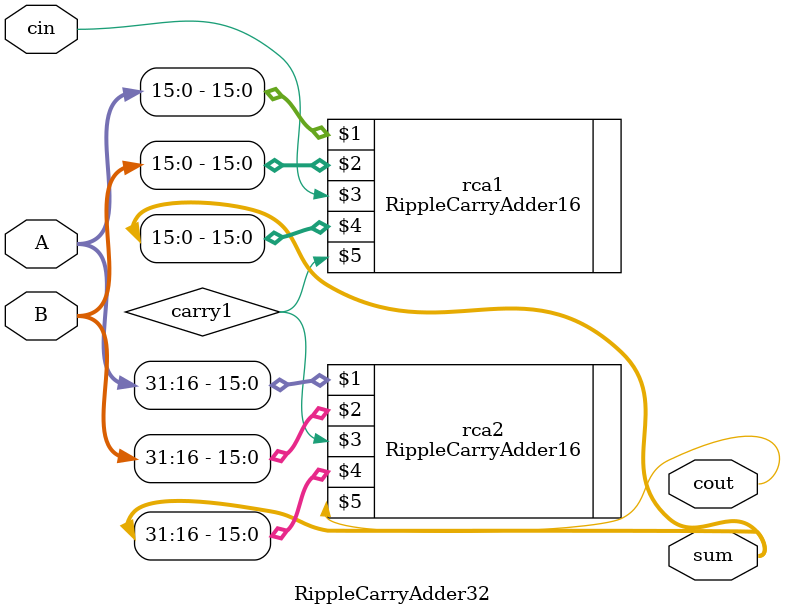
<source format=v>
`include "rca16.v"

module RippleCarryAdder32(A, B, cin, sum, cout);
    input [31:0] A,B;
    output [31:0] sum;
    input cin;
    output cout;

    wire carry1;

    RippleCarryAdder16 rca1(A[15:0], B[15:0], cin, sum[15:0], carry1);
    RippleCarryAdder16 rca2(A[31:16], B[31:16], carry1, sum[31:16], cout);

endmodule
</source>
